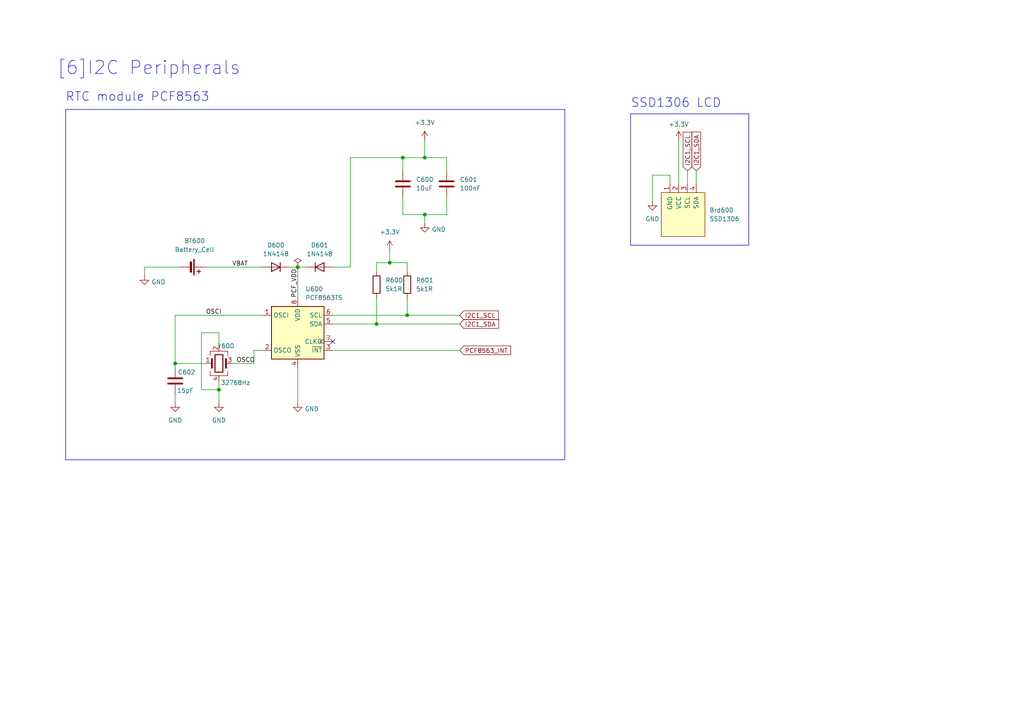
<source format=kicad_sch>
(kicad_sch (version 20250114) (generator "eeschema") (generator_version "9.0")
  (paper "A4")
  (lib_symbols
    (symbol "Device:Battery_Cell" (pin_numbers (hide yes)) (pin_names (offset 0) (hide yes))
      (property "Reference" "BT" (at 2.54 2.54 0))
      (property "Value" "Battery_Cell" (at 2.54 0 0))
      (symbol "Battery_Cell_0_1"
        (rectangle (start -2.286 1.778) (end 2.286 1.524) (fill (type outline)))
        (rectangle (start -1.524 1.016) (end 1.524 0.508) (fill (type outline)))
        (polyline (pts (xy 0 1.778) (xy 0 2.54)))
        (polyline (pts (xy 0 0.762) (xy 0 0)))
        (polyline (pts (xy 0.762 3.048) (xy 1.778 3.048)) (stroke (width 0.254)))
        (polyline (pts (xy 1.27 3.556) (xy 1.27 2.54)) (stroke (width 0.254)))
      )
      (symbol "Battery_Cell_1_1"
        (pin passive line (at 0 5.08 270) (length 2.54) (name "+") (number "1"))
        (pin passive line (at 0 -2.54 90) (length 2.54) (name "-") (number "2"))
      )
    )
    (symbol "Device:C" (pin_numbers (hide yes)) (pin_names (offset 0.254))
      (property "Reference" "C" (at 0.635 2.54 0))
      (property "Value" "C" (at 0.635 -2.54 0))
      (symbol "C_0_1"
        (polyline (pts (xy -2.032 0.762) (xy 2.032 0.762)) (stroke (width 0.508)))
        (polyline (pts (xy -2.032 -0.762) (xy 2.032 -0.762)) (stroke (width 0.508)))
      )
      (symbol "C_1_1"
        (pin passive line (at 0 3.81 270) (length 2.794) (name "~") (number "1"))
        (pin passive line (at 0 -3.81 90) (length 2.794) (name "~") (number "2"))
      )
    )
    (symbol "Device:Crystal_GND24" (pin_names (offset 1.016) (hide yes))
      (property "Reference" "Y" (at 3.175 5.08 0))
      (property "Value" "Crystal_GND24" (at 3.175 3.175 0))
      (symbol "Crystal_GND24_0_1"
        (polyline (pts (xy -2.54 2.286) (xy -2.54 3.556) (xy 2.54 3.556) (xy 2.54 2.286)))
        (polyline (pts (xy -2.54 0) (xy -2.032 0)))
        (polyline (pts (xy -2.54 -2.286) (xy -2.54 -3.556) (xy 2.54 -3.556) (xy 2.54 -2.286)))
        (polyline (pts (xy -2.032 -1.27) (xy -2.032 1.27)) (stroke (width 0.508)))
        (rectangle (start -1.143 2.54) (end 1.143 -2.54) (stroke (width 0.3048)))
        (polyline (pts (xy 0 3.556) (xy 0 3.81)))
        (polyline (pts (xy 0 -3.81) (xy 0 -3.556)))
        (polyline (pts (xy 2.032 0) (xy 2.54 0)))
        (polyline (pts (xy 2.032 -1.27) (xy 2.032 1.27)) (stroke (width 0.508)))
      )
      (symbol "Crystal_GND24_1_1"
        (pin passive line (at -3.81 0 0) (length 1.27) (name "1") (number "1"))
        (pin passive line (at 0 5.08 270) (length 1.27) (name "2") (number "2"))
        (pin passive line (at 0 -5.08 90) (length 1.27) (name "4") (number "4"))
        (pin passive line (at 3.81 0 180) (length 1.27) (name "3") (number "3"))
      )
    )
    (symbol "Device:D" (pin_numbers (hide yes)) (pin_names (offset 1.016) (hide yes))
      (property "Reference" "D" (at 0 2.54 0))
      (property "Value" "D" (at 0 -2.54 0))
      (symbol "D_0_1"
        (polyline (pts (xy -1.27 1.27) (xy -1.27 -1.27)) (stroke (width 0.254)))
        (polyline (pts (xy 1.27 1.27) (xy 1.27 -1.27) (xy -1.27 0) (xy 1.27 1.27)) (stroke (width 0.254)))
        (polyline (pts (xy 1.27 0) (xy -1.27 0)))
      )
      (symbol "D_1_1"
        (pin passive line (at -3.81 0 0) (length 2.54) (name "K") (number "1"))
        (pin passive line (at 3.81 0 180) (length 2.54) (name "A") (number "2"))
      )
    )
    (symbol "Device:R" (pin_numbers (hide yes)) (pin_names (offset 0))
      (property "Reference" "R" (at 2.032 0 90))
      (property "Value" "R" (at 0 0 90))
      (symbol "R_0_1"
        (rectangle (start -1.016 -2.54) (end 1.016 2.54) (stroke (width 0.254)))
      )
      (symbol "R_1_1"
        (pin passive line (at 0 3.81 270) (length 1.27) (name "~") (number "1"))
        (pin passive line (at 0 -3.81 90) (length 1.27) (name "~") (number "2"))
      )
    )
    (symbol "GND_4" (power) (pin_numbers (hide yes)) (pin_names (offset 0) (hide yes))
      (property "Value" "GND" (at 0 -3.81 0))
      (symbol "GND_4_0_1"
        (polyline (pts (xy 0 0) (xy 0 -1.27) (xy 1.27 -1.27) (xy 0 -2.54) (xy -1.27 -1.27) (xy 0 -1.27)))
      )
      (symbol "GND_4_1_1"
        (pin power_in line (at 0 0 270) (length 0) (name "~") (number "1"))
      )
    )
    (symbol "Timer_RTC:PCF8563TS"
      (property "Reference" "U" (at -7.62 8.89 0))
      (property "Value" "PCF8563TS" (at 2.54 8.89 0))
      (symbol "PCF8563TS_0_1"
        (rectangle (start -7.62 7.62) (end 7.62 -7.62) (stroke (width 0.254)) (fill (type background)))
      )
      (symbol "PCF8563TS_1_1"
        (pin input line (at -10.16 5.08 0) (length 2.54) (name "OSCI") (number "1"))
        (pin output line (at -10.16 -5.08 0) (length 2.54) (name "OSCO") (number "2"))
        (pin power_in line (at 0 10.16 270) (length 2.54) (name "VDD") (number "8"))
        (pin power_in line (at 0 -10.16 90) (length 2.54) (name "VSS") (number "4"))
        (pin input line (at 10.16 5.08 180) (length 2.54) (name "SCL") (number "6"))
        (pin bidirectional line (at 10.16 2.54 180) (length 2.54) (name "SDA") (number "5"))
        (pin output clock (at 10.16 -2.54 180) (length 2.54) (name "CLKO") (number "7"))
        (pin output line (at 10.16 -5.08 180) (length 2.54) (name "~{INT}") (number "3"))
      )
    )
    (symbol "power:+3.3V" (power) (pin_numbers (hide yes)) (pin_names (offset 0) (hide yes))
      (property "Value" "+3.3V" (at 0 3.556 0))
      (symbol "+3.3V_0_1"
        (polyline (pts (xy -0.762 1.27) (xy 0 2.54)))
        (polyline (pts (xy 0 2.54) (xy 0.762 1.27)))
        (polyline (pts (xy 0 0) (xy 0 2.54)))
      )
      (symbol "+3.3V_1_1"
        (pin power_in line (at 0 0 90) (length 0) (name "~") (number "1"))
      )
    )
    (symbol "power:GND" (power) (pin_numbers (hide yes)) (pin_names (offset 0) (hide yes))
      (property "Value" "GND" (at 0 -3.81 0))
      (symbol "GND_0_1"
        (polyline (pts (xy 0 0) (xy 0 -1.27) (xy 1.27 -1.27) (xy 0 -2.54) (xy -1.27 -1.27) (xy 0 -1.27)))
      )
      (symbol "GND_1_1"
        (pin power_in line (at 0 0 270) (length 0) (name "~") (number "1"))
      )
    )
    (symbol "power:PWR_FLAG" (power) (pin_numbers (hide yes)) (pin_names (offset 0) (hide yes))
      (property "Value" "PWR_FLAG" (at 0 3.81 0))
      (symbol "PWR_FLAG_0_0"
        (pin power_out line (at 0 0 90) (length 0) (name "~") (number "1"))
      )
      (symbol "PWR_FLAG_0_1"
        (polyline (pts (xy 0 0) (xy 0 1.27) (xy -1.016 1.905) (xy 0 2.54) (xy 1.016 1.905) (xy 0 1.27)))
      )
    )
    (symbol "rpi_pico_media_board:SSD1306" (pin_names (offset 1.016))
      (property "Reference" "Brd" (at 0 -3.81 0))
      (property "Value" "SSD1306" (at 0 -1.27 0))
      (symbol "SSD1306_0_1"
        (rectangle (start -6.35 6.35) (end 6.35 -6.35) (fill (type background)))
      )
      (symbol "SSD1306_1_1"
        (pin power_in line (at -3.81 8.89 270) (length 2.54) (name "GND") (number "1"))
        (pin power_in line (at -1.27 8.89 270) (length 2.54) (name "VCC") (number "2"))
        (pin input line (at 1.27 8.89 270) (length 2.54) (name "SCL") (number "3"))
        (pin input line (at 3.81 8.89 270) (length 2.54) (name "SDA") (number "4"))
      )
    )
  )
  (rectangle (start 19.05 31.75) (end 163.83 133.35))
  (rectangle (start 182.88 33.02) (end 217.17 71.12))
  (text "[6]I2C Peripherals" (at 43.18 19.812 0) (effects (font (size 3.81 3.81))))
  (text "SSD1306 LCD" (at 196.088 29.972 0) (effects (font (size 2.54 2.54))))
  (text "RTC module PCF8563" (at 39.878 28.194 0) (effects (font (size 2.54 2.54))))
  (junction (at 118.11 91.44))
  (junction (at 116.84 45.72))
  (junction (at 123.19 45.72))
  (junction (at 50.8 105.41))
  (junction (at 63.5 113.03))
  (junction (at 109.22 93.98))
  (junction (at 113.03 76.2))
  (junction (at 123.19 62.23))
  (junction (at 86.36 77.47))
  (no_connect (at 96.52 99.06))
  (wire (pts (xy 109.22 93.98) (xy 133.35 93.98)))
  (wire (pts (xy 50.8 114.3) (xy 50.8 116.84)))
  (wire (pts (xy 116.84 45.72) (xy 101.6 45.72)))
  (wire (pts (xy 86.36 106.68) (xy 86.36 116.84)))
  (wire (pts (xy 59.69 105.41) (xy 50.8 105.41)))
  (wire (pts (xy 123.19 45.72) (xy 129.54 45.72)))
  (wire (pts (xy 96.52 93.98) (xy 109.22 93.98)))
  (wire (pts (xy 129.54 45.72) (xy 129.54 49.53)))
  (wire (pts (xy 41.91 77.47) (xy 52.07 77.47)))
  (wire (pts (xy 116.84 45.72) (xy 116.84 49.53)))
  (wire (pts (xy 50.8 91.44) (xy 76.2 91.44)))
  (wire (pts (xy 194.31 53.34) (xy 194.31 50.8)))
  (wire (pts (xy 118.11 91.44) (xy 133.35 91.44)))
  (wire (pts (xy 58.42 96.52) (xy 58.42 113.03)))
  (wire (pts (xy 118.11 76.2) (xy 118.11 78.74)))
  (wire (pts (xy 199.39 49.53) (xy 199.39 53.34)))
  (wire (pts (xy 63.5 110.49) (xy 63.5 113.03)))
  (wire (pts (xy 73.66 101.6) (xy 73.66 105.41)))
  (wire (pts (xy 50.8 91.44) (xy 50.8 105.41)))
  (wire (pts (xy 73.66 101.6) (xy 76.2 101.6)))
  (wire (pts (xy 96.52 101.6) (xy 133.35 101.6)))
  (wire (pts (xy 123.19 45.72) (xy 116.84 45.72)))
  (wire (pts (xy 113.03 76.2) (xy 118.11 76.2)))
  (wire (pts (xy 86.36 77.47) (xy 86.36 86.36)))
  (wire (pts (xy 63.5 100.33) (xy 63.5 96.52)))
  (wire (pts (xy 96.52 77.47) (xy 101.6 77.47)))
  (wire (pts (xy 86.36 77.47) (xy 88.9 77.47)))
  (wire (pts (xy 67.31 105.41) (xy 73.66 105.41)))
  (wire (pts (xy 109.22 76.2) (xy 113.03 76.2)))
  (wire (pts (xy 63.5 96.52) (xy 58.42 96.52)))
  (wire (pts (xy 123.19 64.77) (xy 123.19 62.23)))
  (wire (pts (xy 59.69 77.47) (xy 76.2 77.47)))
  (wire (pts (xy 116.84 62.23) (xy 123.19 62.23)))
  (wire (pts (xy 194.31 50.8) (xy 189.23 50.8)))
  (wire (pts (xy 83.82 77.47) (xy 86.36 77.47)))
  (wire (pts (xy 129.54 62.23) (xy 129.54 57.15)))
  (wire (pts (xy 123.19 40.64) (xy 123.19 45.72)))
  (wire (pts (xy 63.5 113.03) (xy 63.5 116.84)))
  (wire (pts (xy 123.19 62.23) (xy 129.54 62.23)))
  (wire (pts (xy 96.52 91.44) (xy 118.11 91.44)))
  (wire (pts (xy 109.22 78.74) (xy 109.22 76.2)))
  (wire (pts (xy 101.6 45.72) (xy 101.6 77.47)))
  (wire (pts (xy 189.23 50.8) (xy 189.23 58.42)))
  (wire (pts (xy 50.8 105.41) (xy 50.8 106.68)))
  (wire (pts (xy 41.91 77.47) (xy 41.91 80.01)))
  (wire (pts (xy 201.93 49.53) (xy 201.93 53.34)))
  (wire (pts (xy 113.03 76.2) (xy 113.03 72.39)))
  (wire (pts (xy 118.11 86.36) (xy 118.11 91.44)))
  (wire (pts (xy 196.85 40.64) (xy 196.85 53.34)))
  (wire (pts (xy 109.22 86.36) (xy 109.22 93.98)))
  (wire (pts (xy 58.42 113.03) (xy 63.5 113.03)))
  (wire (pts (xy 116.84 57.15) (xy 116.84 62.23)))
  (label "OSCO" (at 68.58 105.41 0))
  (label "PCF_VDD" (at 86.36 86.36 90))
  (label "VBAT" (at 67.31 77.47 0))
  (label "OSCI" (at 59.69 91.44 0))
  (global_label "PCF8563_INT" (shape input) (at 133.35 101.6 0) (property "Intersheetrefs" "${INTERSHEET_REFS}" (effects (hide yes))))
  (global_label "I2C1_SCL" (shape input) (at 133.35 91.44 0) (property "Intersheetrefs" "${INTERSHEET_REFS}" (effects (hide yes))))
  (global_label "I2C1_SDA" (shape input) (at 201.93 49.53 90) (property "Intersheetrefs" "${INTERSHEET_REFS}" (effects (hide yes))))
  (global_label "I2C1_SDA" (shape input) (at 133.35 93.98 0) (property "Intersheetrefs" "${INTERSHEET_REFS}" (effects (hide yes))))
  (global_label "I2C1_SCL" (shape input) (at 199.39 49.53 90) (property "Intersheetrefs" "${INTERSHEET_REFS}" (effects (hide yes))))
  (symbol (lib_id "power:+3.3V") (at 123.19 40.64 0) (unit 1)
    (property "Reference" "#PWR045" (effects (hide yes)))
    (property "Value" "+3.3V" (at 123.19 35.56 0))
    (property "Description" "Power symbol creates a global label with name \"+3.3V\"" (effects (hide yes)))
  )
  (symbol (lib_id "Device:C") (at 116.84 53.34 0) (unit 1)
    (property "Reference" "C600" (at 120.65 52.0699 0) (effects (justify left)))
    (property "Value" "10uF" (at 120.65 54.6099 0) (effects (justify left)))
    (property "Footprint" "Capacitor_SMD:C_0603_1608Metric" (effects (hide yes)))
    (property "Description" "Unpolarized capacitor" (effects (hide yes)))
    (property "Manufacturer" "Samsung Electro-Mechanics" (effects (hide yes)))
    (property "Manufacturer Part Number" "CL10A106KP8NNNC" (effects (hide yes)))
  )
  (symbol (lib_id "power:GND") (at 86.36 116.84 0) (unit 1)
    (property "Reference" "#PWR043" (effects (hide yes)))
    (property "Value" "GND" (at 90.424 118.618 0))
    (property "Description" "Power symbol creates a global label with name \"GND\" , ground" (effects (hide yes)))
  )
  (symbol (lib_id "power:GND") (at 123.19 64.77 0) (unit 1)
    (property "Reference" "#PWR046" (effects (hide yes)))
    (property "Value" "GND" (at 127.254 66.548 0))
    (property "Description" "Power symbol creates a global label with name \"GND\" , ground" (effects (hide yes)))
  )
  (symbol (lib_id "Device:D") (at 80.01 77.47 180) (unit 1)
    (property "Reference" "D600" (at 80.01 71.12 0))
    (property "Value" "1N4148" (at 80.01 73.66 0))
    (property "Footprint" "Diode_SMD:D_SOD-123" (effects (hide yes)))
    (property "Description" "Diode" (effects (hide yes)))
    (property "Sim.Device" "D" (effects (hide yes)))
    (property "Sim.Pins" "1=K 2=A" (effects (hide yes)))
    (property "Manufacturer" "Jiangsu Changjing Electronics Technology Co., Ltd." (effects (hide yes)))
    (property "Manufacturer Part Number" "1N4148W" (effects (hide yes)))
  )
  (symbol (lib_id "Device:Crystal_GND24") (at 63.5 105.41 0) (unit 1)
    (property "Reference" "Y600" (at 65.532 100.33 0))
    (property "Value" "32768Hz" (at 68.326 110.998 0))
    (property "Footprint" "Crystal:Crystal_SMD_3225-4Pin_3.2x2.5mm" (effects (hide yes)))
    (property "Description" "Four pin crystal, GND on pins 2 and 4" (effects (hide yes)))
    (property "DigiKey Part Number" "535-ASEK-32.768KHZ-L-R-TDKR-ND" (effects (hide yes)))
    (property "Manufacturer" "YXC Crystal Oscillators" (effects (hide yes)))
    (property "Manufacturer Part Number" "OK2EL89CJI-111YLC-32.768K" (effects (hide yes)))
  )
  (symbol (lib_id "power:GND") (at 63.5 116.84 0) (unit 1)
    (property "Reference" "#PWR042" (effects (hide yes)))
    (property "Value" "GND" (at 63.5 121.92 0))
    (property "Description" "Power symbol creates a global label with name \"GND\" , ground" (effects (hide yes)))
  )
  (symbol (lib_id "Device:C") (at 129.54 53.34 0) (unit 1)
    (property "Reference" "C601" (at 133.35 52.0699 0) (effects (justify left)))
    (property "Value" "100nF" (at 133.35 54.6099 0) (effects (justify left)))
    (property "Footprint" "Capacitor_SMD:C_0603_1608Metric" (effects (hide yes)))
    (property "Description" "Unpolarized capacitor" (effects (hide yes)))
    (property "Manufacturer" "Samsung Electro-Mechanics" (effects (hide yes)))
    (property "Manufacturer Part Number" "CL10B104KA8NNNC" (effects (hide yes)))
  )
  (symbol (lib_id "Device:Battery_Cell") (at 54.61 77.47 270) (unit 1)
    (property "Reference" "BT600" (at 56.4515 69.85 90))
    (property "Value" "Battery_Cell" (at 56.4515 72.39 90))
    (property "Footprint" "rpi_pico_media_board:CR12202" (effects (hide yes)))
    (property "Description" "Single-cell battery" (effects (hide yes)))
    (property "Manufacturer" "Q&J" (effects (hide yes)))
    (property "Manufacturer Part Number" "CR1220-2" (effects (hide yes)))
  )
  (symbol (lib_id "power:GND") (at 41.91 80.01 0) (unit 1)
    (property "Reference" "#PWR040" (effects (hide yes)))
    (property "Value" "GND" (at 45.974 81.788 0))
    (property "Description" "Power symbol creates a global label with name \"GND\" , ground" (effects (hide yes)))
  )
  (symbol (lib_id "power:PWR_FLAG") (at 86.36 77.47 0) (unit 1)
    (property "Reference" "#FLG06" (effects (hide yes)))
    (property "Value" "PWR_FLAG" (effects (hide yes)))
    (property "Description" "Special symbol for telling ERC where power comes from" (effects (hide yes)))
  )
  (symbol (lib_id "power:GND") (at 50.8 116.84 0) (unit 1)
    (property "Reference" "#PWR041" (effects (hide yes)))
    (property "Value" "GND" (at 50.8 121.92 0))
    (property "Description" "Power symbol creates a global label with name \"GND\" , ground" (effects (hide yes)))
  )
  (symbol (lib_name "GND_4") (lib_id "power:GND") (at 189.23 58.42 0) (unit 1)
    (property "Reference" "#PWR047" (effects (hide yes)))
    (property "Value" "GND" (at 189.23 63.5 0))
    (property "Description" "Power symbol creates a global label with name \"GND\" , ground" (effects (hide yes)))
  )
  (symbol (lib_id "Device:R") (at 109.22 82.55 0) (unit 1)
    (property "Reference" "R600" (at 111.76 81.2799 0) (effects (justify left)))
    (property "Value" "5k1R" (at 111.76 83.8199 0) (effects (justify left)))
    (property "Footprint" "Resistor_SMD:R_0805_2012Metric" (effects (hide yes)))
    (property "Description" "Resistor" (effects (hide yes)))
    (property "Manufacturer" "UNI-ROYAL(Uniroyal Elec)" (effects (hide yes)))
    (property "Manufacturer Part Number" "0805W8F5101T5E" (effects (hide yes)))
  )
  (symbol (lib_id "Device:C") (at 50.8 110.49 0) (unit 1)
    (property "Reference" "C602" (at 51.562 107.95 0) (effects (justify left)))
    (property "Value" "15pF" (at 51.308 113.284 0) (effects (justify left)))
    (property "Footprint" "Capacitor_SMD:C_0603_1608Metric" (effects (hide yes)))
    (property "Description" "Unpolarized capacitor" (effects (hide yes)))
    (property "DigiKey Part Number" "490-11191-6-ND" (effects (hide yes)))
    (property "Manufacturer" "Samsung Electro-Mechanics" (effects (hide yes)))
    (property "Manufacturer Part Number" "CL10C150JB8NNNC" (effects (hide yes)))
  )
  (symbol (lib_id "power:+3.3V") (at 196.85 40.64 0) (unit 1)
    (property "Reference" "#PWR048" (effects (hide yes)))
    (property "Value" "+3.3V" (at 196.85 36.068 0))
    (property "Description" "Power symbol creates a global label with name \"+3.3V\"" (effects (hide yes)))
  )
  (symbol (lib_id "Device:R") (at 118.11 82.55 0) (unit 1)
    (property "Reference" "R601" (at 120.65 81.2799 0) (effects (justify left)))
    (property "Value" "5k1R" (at 120.65 83.8199 0) (effects (justify left)))
    (property "Footprint" "Resistor_SMD:R_0805_2012Metric" (effects (hide yes)))
    (property "Description" "Resistor" (effects (hide yes)))
    (property "Manufacturer" "UNI-ROYAL(Uniroyal Elec)" (effects (hide yes)))
    (property "Manufacturer Part Number" "0805W8F5101T5E" (effects (hide yes)))
  )
  (symbol (lib_id "Timer_RTC:PCF8563TS") (at 86.36 96.52 0) (unit 1)
    (property "Reference" "U600" (at 88.5541 83.82 0) (effects (justify left)))
    (property "Value" "PCF8563TS" (at 88.5541 86.36 0) (effects (justify left)))
    (property "Footprint" "Package_SO:MSOP-8_3x3mm_P0.65mm" (effects (hide yes)))
    (property "Datasheet" "https://www.nxp.com/docs/en/data-sheet/PCF8563.pdf" (effects (hide yes)))
    (property "Description" "Realtime Clock/Calendar I2C Interface, TSSOP-8" (effects (hide yes)))
    (property "Manufacturer" "NXP Semicon" (effects (hide yes)))
    (property "Manufacturer Part Number" "PCF8563TS/5,118" (effects (hide yes)))
  )
  (symbol (lib_id "Device:D") (at 92.71 77.47 0) (unit 1)
    (property "Reference" "D601" (at 92.71 71.12 0))
    (property "Value" "1N4148" (at 92.71 73.66 0))
    (property "Footprint" "Diode_SMD:D_SOD-123" (effects (hide yes)))
    (property "Description" "Diode" (effects (hide yes)))
    (property "Sim.Device" "D" (effects (hide yes)))
    (property "Sim.Pins" "1=K 2=A" (effects (hide yes)))
    (property "Manufacturer" "Jiangsu Changjing Electronics Technology Co., Ltd." (effects (hide yes)))
    (property "Manufacturer Part Number" "1N4148W" (effects (hide yes)))
  )
  (symbol (lib_id "rpi_pico_media_board:SSD1306") (at 198.12 62.23 0) (unit 1)
    (property "Reference" "Brd600" (at 205.74 60.9599 0) (effects (justify left)))
    (property "Value" "SSD1306" (at 205.74 63.4999 0) (effects (justify left)))
    (property "Footprint" "rpi_pico_media_board:128x64OLED" (effects (hide yes)))
  )
  (symbol (lib_id "power:+3.3V") (at 113.03 72.39 0) (unit 1)
    (property "Reference" "#PWR044" (effects (hide yes)))
    (property "Value" "+3.3V" (at 113.03 67.31 0))
    (property "Description" "Power symbol creates a global label with name \"+3.3V\"" (effects (hide yes)))
  )
)
</source>
